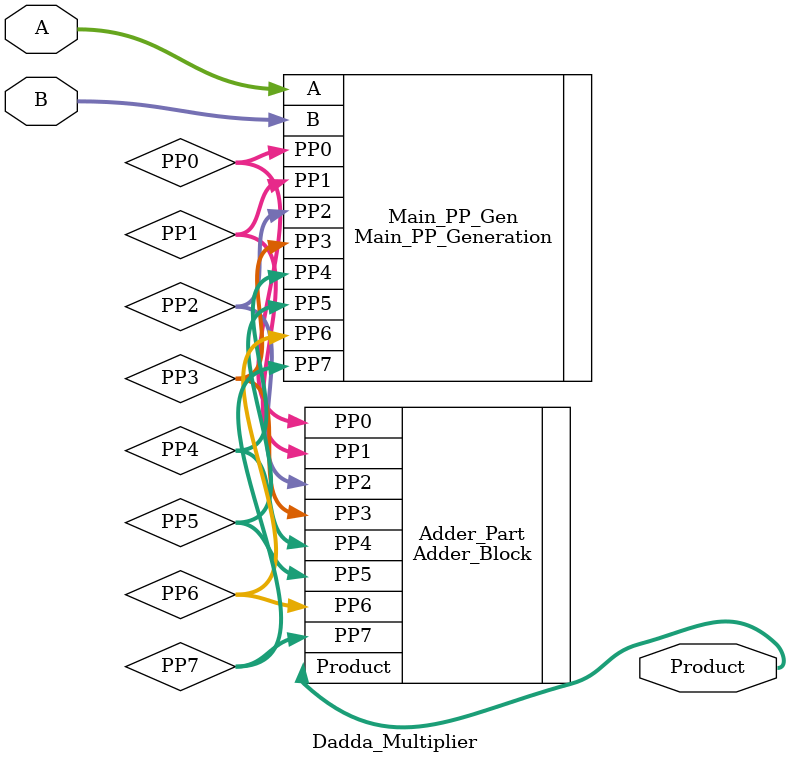
<source format=v>
module Dadda_Multiplier (A,B,Product);
  input [7:0]A,B;
  output [15:0]Product;
  wire [7:0]PP0,PP1,PP2,PP3,PP4,PP5,PP6,PP7;
  
  Main_PP_Generation Main_PP_Gen (
    .A(A),
    .B(B),
    .PP0(PP0),
    .PP1(PP1),
    .PP2(PP2),
    .PP3(PP3),
    .PP4(PP4),
    .PP5(PP5),
    .PP6(PP6),
    .PP7(PP7)
    );
  
  Adder_Block Adder_Part (
    .PP0(PP0),
    .PP1(PP1),
    .PP2(PP2),
    .PP3(PP3),
    .PP4(PP4),
    .PP5(PP5),
    .PP6(PP6),
    .PP7(PP7),
    .Product(Product)
    );
    
  endmodule
</source>
